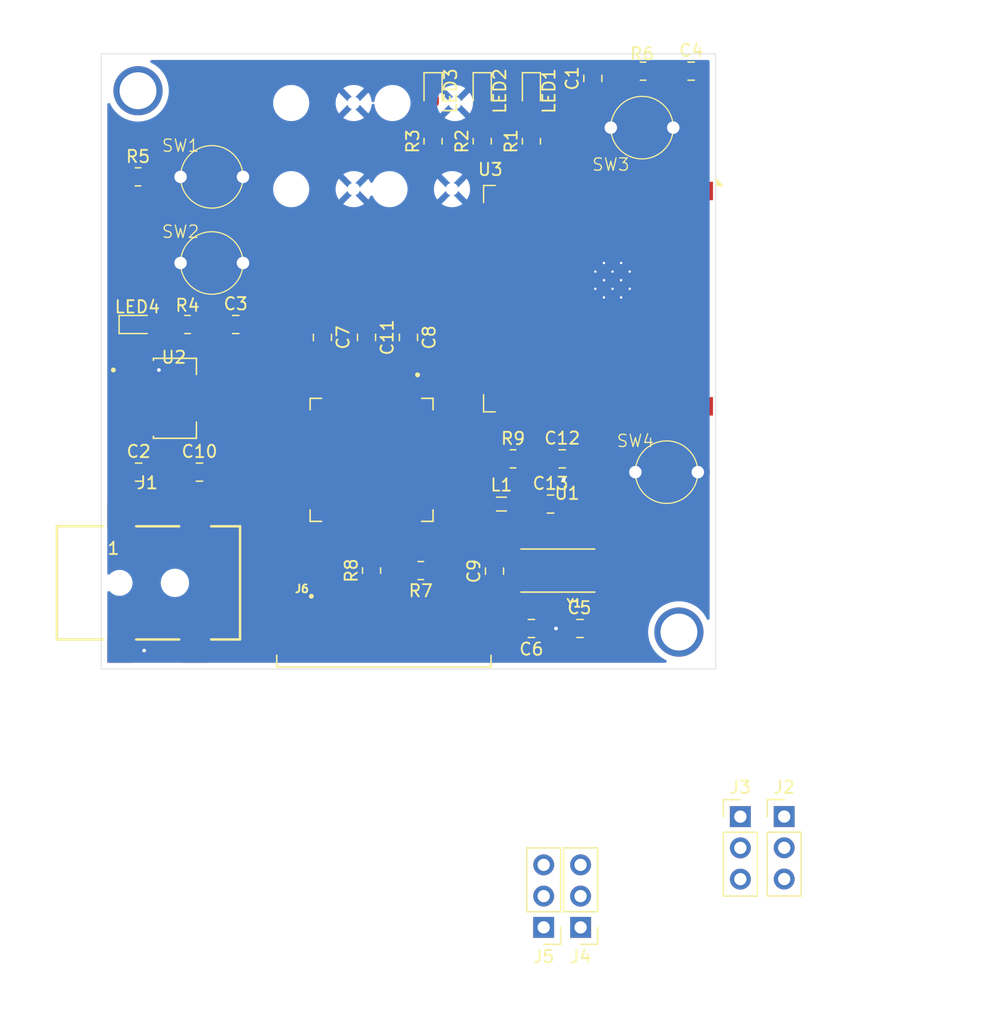
<source format=kicad_pcb>
(kicad_pcb (version 20241229) (generator "pcbnew") (generator_version "9.0")
  (title_block (date "2026-02-16"))
  (layers (0 "F.Cu" signal) (2 "B.Cu" signal) (13 "F.Paste" user) (15 "B.Paste" user) (5 "F.SilkS" user "F.Silkscreen") (7 "B.SilkS" user "B.Silkscreen") (1 "F.Mask" user) (3 "B.Mask" user) (25 "Edge.Cuts" user))
  (net 0 "")
  (net 1 "GND")
  (net 2 "/EN")
  (net 3 "+5V")
  (net 4 "/VDD3V0")
  (net 5 "/XTAL1")
  (net 6 "/XTAL2")
  (net 7 "/VDD1V2")
  (net 8 "Net-(C12-Pad1)")
  (net 9 "Net-(C13-Pad1)")
  (net 11 "/SWDIO")
  (net 12 "/SWDCLK")
  (net 13 "/SWO")
  (net 14 "/NRST")
  (net 15 "/MCU_TX")
  (net 16 "/MCU_RX")
  (net 17 "/DEBUG_TX")
  (net 18 "/DEBUG_RX")
  (net 19 "/VSYNC")
  (net 20 "/D2")
  (net 21 "/SDA")
  (net 22 "/PCLK")
  (net 24 "/D1")
  (net 26 "/D5")
  (net 27 "/CAM_RST")
  (net 28 "/D3")
  (net 30 "/D0")
  (net 32 "/XCLK")
  (net 33 "/D4")
  (net 34 "/HREF")
  (net 36 "/SCL")
  (net 38 "/D6")
  (net 39 "/D7")
  (net 40 "Net-(LED1-A)")
  (net 41 "Net-(LED2-A)")
  (net 42 "Net-(LED3-A)")
  (net 43 "Net-(LED4-A)")
  (net 44 "/IO25")
  (net 45 "/IO26")
  (net 46 "/IO27")
  (net 47 "/PB3")
  (net 48 "/IO0")
  (net 50 "/PB4")
  (net 55 "/PA0")
  (net 56 "/MOSI")
  (net 58 "/MISO")
  (net 61 "/SCK")
  (net 64 "/NPCS0")
  (net 66 "/PA2")
  (net 70 "/PA1")
  (footprint "LED_SMD:LED_0603_1608Metric" (layer "F.Cu") (at 27.946716 74)
    (property "Reference" "LED4" (at 0 -1.43 0) (layer "F.SilkS"))
    (property "Value" "BLUE")
    (pad "1" smd roundrect (at -0.7875 0) (size 0.875 0.95) (layers "F.Cu" "F.Mask" "F.Paste") (net 1 "GND"))
    (pad "2" smd roundrect (at 0.7875 0) (size 0.875 0.95) (layers "F.Cu" "F.Mask" "F.Paste") (net 43 "Net-(LED4-A)"))
  )
  (footprint "Connector_PinHeader_2.54mm:PinHeader_1x03_P2.54mm_Vertical" (layer "F.Cu") (at 80.5645 113.993294)
    (property "Reference" "J2" (at 0 -2.38 0) (layer "F.SilkS"))
    (property "Value" "Conn_01x03")
    (pad "1" thru_hole rect (at 0 0) (size 1.7 1.7) (drill 1) (layers "*.Cu" "*.Mask") (net 12 "/SWDCLK"))
    (pad "2" thru_hole circle (at 0 2.54) (size 1.7 1.7) (drill 1) (layers "*.Cu" "*.Mask") (net 11 "/SWDIO"))
    (pad "3" thru_hole circle (at 0 5.08) (size 1.7 1.7) (drill 1) (layers "*.Cu" "*.Mask") (net 13 "/SWO"))
  )
  (footprint "Capacitor_SMD:C_0805_2012Metric" (layer "F.Cu") (at 61.559274 88.595139)
    (property "Reference" "C13" (at 0 -1.68 0) (layer "F.SilkS"))
    (property "Value" "0.1uF")
    (pad "1" smd roundrect (at -0.95 0) (size 1 1.45) (layers "F.Cu" "F.Mask" "F.Paste") (net 9 "Net-(C13-Pad1)"))
    (pad "2" smd roundrect (at 0.95 0) (size 1 1.45) (layers "F.Cu" "F.Mask" "F.Paste") (net 1 "GND"))
  )
  (footprint "Resistor_SMD:R_0805_2012Metric" (layer "F.Cu") (at 52 59.10625 90)
    (property "Reference" "R3" (at 0 -1.65 90) (layer "F.SilkS"))
    (property "Value" "330R")
    (pad "1" smd roundrect (at -0.9125 0 90) (size 1.025 1.4) (layers "F.Cu" "F.Mask" "F.Paste") (roundrect_rratio 0.243902) (net 46 "/IO27"))
    (pad "2" smd roundrect (at 0.9125 0 90) (size 1.025 1.4) (layers "F.Cu" "F.Mask" "F.Paste") (roundrect_rratio 0.243902) (net 42 "Net-(LED3-A)"))
  )
  (footprint "LED_SMD:LED_0603_1608Metric" (layer "F.Cu") (at 52 55.01875 -90)
    (property "Reference" "LED3" (at 0 -1.43 90) (layer "F.SilkS"))
    (property "Value" "RED")
    (pad "1" smd roundrect (at -0.7875 0 270) (size 0.875 0.95) (layers "F.Cu" "F.Mask" "F.Paste") (net 1 "GND"))
    (pad "2" smd roundrect (at 0.7875 0 270) (size 0.875 0.95) (layers "F.Cu" "F.Mask" "F.Paste") (net 42 "Net-(LED3-A)"))
  )
  (footprint "RF_Module:ESP32-WROOM-32E" (layer "F.Cu") (at 69.06 71.9 -90)
    (property "Reference" "U3" (at -10.5 13.5 0) (layer "F.SilkS") (effects (justify left)))
    (property "Value" "ESP32-WROOM-32")
    (pad "1" smd rect (at -8.75 -5.26 270) (size 1.5 0.9) (layers "F.Cu" "F.Mask" "F.Paste") (net 1 "GND"))
    (pad "2" smd rect (at -8.75 -3.99 270) (size 1.5 0.9) (layers "F.Cu" "F.Mask" "F.Paste") (net 4 "/VDD3V0"))
    (pad "3" smd rect (at -8.75 -2.72 270) (size 1.5 0.9) (layers "F.Cu" "F.Mask" "F.Paste") (net 2 "/EN"))
    (pad "4" smd rect (at -8.75 -1.45 270) (size 1.5 0.9) (layers "F.Cu" "F.Mask" "F.Paste"))
    (pad "5" smd rect (at -8.75 -0.18 270) (size 1.5 0.9) (layers "F.Cu" "F.Mask" "F.Paste"))
    (pad "6" smd rect (at -8.75 1.09 270) (size 1.5 0.9) (layers "F.Cu" "F.Mask" "F.Paste"))
    (pad "7" smd rect (at -8.75 2.36 270) (size 1.5 0.9) (layers "F.Cu" "F.Mask" "F.Paste"))
    (pad "8" smd rect (at -8.75 3.63 270) (size 1.5 0.9) (layers "F.Cu" "F.Mask" "F.Paste") (net 50 "/PB4"))
    (pad "9" smd rect (at -8.75 4.9 270) (size 1.5 0.9) (layers "F.Cu" "F.Mask" "F.Paste"))
    (pad "10" smd rect (at -8.75 6.17 270) (size 1.5 0.9) (layers "F.Cu" "F.Mask" "F.Paste") (net 44 "/IO25"))
    (pad "11" smd rect (at -8.75 7.44 270) (size 1.5 0.9) (layers "F.Cu" "F.Mask" "F.Paste") (net 45 "/IO26"))
    (pad "12" smd rect (at -8.75 8.71 270) (size 1.5 0.9) (layers "F.Cu" "F.Mask" "F.Paste") (net 46 "/IO27"))
    (pad "13" smd rect (at -8.75 9.98 270) (size 1.5 0.9) (layers "F.Cu" "F.Mask" "F.Paste"))
    (pad "14" smd rect (at -8.75 11.25 270) (size 1.5 0.9) (layers "F.Cu" "F.Mask" "F.Paste"))
    (pad "15" smd rect (at -5.715 12.5) (size 1.5 0.9) (layers "F.Cu" "F.Mask" "F.Paste") (net 1 "GND"))
    (pad "16" smd rect (at -4.445 12.5) (size 1.5 0.9) (layers "F.Cu" "F.Mask" "F.Paste"))
    (pad "17" smd rect (at -3.175 12.5) (size 1.5 0.9) (layers "F.Cu" "F.Mask" "F.Paste"))
    (pad "18" smd rect (at -1.905 12.5) (size 1.5 0.9) (layers "F.Cu" "F.Mask" "F.Paste"))
    (pad "19" smd rect (at -0.635 12.5) (size 1.5 0.9) (layers "F.Cu" "F.Mask" "F.Paste"))
    (pad "20" smd rect (at 0.635 12.5) (size 1.5 0.9) (layers "F.Cu" "F.Mask" "F.Paste"))
    (pad "21" smd rect (at 1.905 12.5) (size 1.5 0.9) (layers "F.Cu" "F.Mask" "F.Paste"))
    (pad "22" smd rect (at 3.175 12.5) (size 1.5 0.9) (layers "F.Cu" "F.Mask" "F.Paste"))
    (pad "23" smd rect (at 4.445 12.5) (size 1.5 0.9) (layers "F.Cu" "F.Mask" "F.Paste"))
    (pad "24" smd rect (at 5.715 12.5) (size 1.5 0.9) (layers "F.Cu" "F.Mask" "F.Paste"))
    (pad "25" smd rect (at 8.75 11.25 270) (size 1.5 0.9) (layers "F.Cu" "F.Mask" "F.Paste") (net 48 "/IO0"))
    (pad "26" smd rect (at 8.75 9.98 270) (size 1.5 0.9) (layers "F.Cu" "F.Mask" "F.Paste"))
    (pad "27" smd rect (at 8.75 8.71 270) (size 1.5 0.9) (layers "F.Cu" "F.Mask" "F.Paste") (net 64 "/NPCS0"))
    (pad "28" smd rect (at 8.75 7.44 270) (size 1.5 0.9) (layers "F.Cu" "F.Mask" "F.Paste") (net 58 "/MISO"))
    (pad "29" smd rect (at 8.75 6.17 270) (size 1.5 0.9) (layers "F.Cu" "F.Mask" "F.Paste"))
    (pad "30" smd rect (at 8.75 4.9 270) (size 1.5 0.9) (layers "F.Cu" "F.Mask" "F.Paste") (net 56 "/MOSI"))
    (pad "31" smd rect (at 8.75 3.63 270) (size 1.5 0.9) (layers "F.Cu" "F.Mask" "F.Paste") (net 61 "/SCK"))
    (pad "32" smd rect (at 8.75 2.36 270) (size 1.5 0.9) (layers "F.Cu" "F.Mask" "F.Paste"))
    (pad "33" smd rect (at 8.75 1.09 270) (size 1.5 0.9) (layers "F.Cu" "F.Mask" "F.Paste") (net 55 "/PA0"))
    (pad "34" smd rect (at 8.75 -0.18 270) (size 1.5 0.9) (layers "F.Cu" "F.Mask" "F.Paste") (net 18 "/DEBUG_RX"))
    (pad "35" smd rect (at 8.75 -1.45 270) (size 1.5 0.9) (layers "F.Cu" "F.Mask" "F.Paste") (net 17 "/DEBUG_TX"))
    (pad "36" smd rect (at 8.75 -2.72 270) (size 1.5 0.9) (layers "F.Cu" "F.Mask" "F.Paste") (net 70 "/PA1"))
    (pad "37" smd rect (at 8.75 -3.99 270) (size 1.5 0.9) (layers "F.Cu" "F.Mask" "F.Paste") (net 66 "/PA2"))
    (pad "38" smd rect (at 8.75 -5.26 270) (size 1.5 0.9) (layers "F.Cu" "F.Mask" "F.Paste") (net 1 "GND"))
    (pad "39" smd rect (at -2.9 1.06 270) (size 0.9 0.9) (property pad_prop_heatsink) (layers "F.Cu" "F.Mask" "F.Paste") (net 1 "GND"))
    (pad "39" thru_hole circle (at -2.9 1.76 270) (size 0.6 0.6) (drill 0.2) (property pad_prop_heatsink) (layers "*.Cu" "*.Mask") (net 1 "GND"))
    (pad "39" smd rect (at -2.9 2.46 270) (size 0.9 0.9) (property pad_prop_heatsink) (layers "F.Cu" "F.Mask" "F.Paste") (net 1 "GND"))
    (pad "39" thru_hole circle (at -2.9 3.16 270) (size 0.6 0.6) (drill 0.2) (property pad_prop_heatsink) (layers "*.Cu" "*.Mask") (net 1 "GND"))
    (pad "39" smd rect (at -2.9 3.86 270) (size 0.9 0.9) (property pad_prop_heatsink) (layers "F.Cu" "F.Mask" "F.Paste") (net 1 "GND"))
    (pad "39" thru_hole circle (at -2.2 1.06 270) (size 0.6 0.6) (drill 0.2) (property pad_prop_heatsink) (layers "*.Cu" "*.Mask") (net 1 "GND"))
    (pad "39" thru_hole circle (at -2.2 2.46 270) (size 0.6 0.6) (drill 0.2) (property pad_prop_heatsink) (layers "*.Cu" "*.Mask") (net 1 "GND"))
    (pad "39" thru_hole circle (at -2.2 3.86 270) (size 0.6 0.6) (drill 0.2) (property pad_prop_heatsink) (layers "*.Cu" "*.Mask") (net 1 "GND"))
    (pad "39" smd rect (at -1.5 1.06 270) (size 0.9 0.9) (property pad_prop_heatsink) (layers "F.Cu" "F.Mask" "F.Paste") (net 1 "GND"))
    (pad "39" thru_hole circle (at -1.5 1.76 270) (size 0.6 0.6) (drill 0.2) (property pad_prop_heatsink) (layers "*.Cu" "*.Mask") (net 1 "GND"))
    (pad "39" smd rect (at -1.5 2.46 270) (size 0.9 0.9) (property pad_prop_heatsink) (layers "F.Cu" "F.Mask" "F.Paste") (net 1 "GND"))
    (pad "39" thru_hole circle (at -1.5 3.16 270) (size 0.6 0.6) (drill 0.2) (property pad_prop_heatsink) (layers "*.Cu" "*.Mask") (net 1 "GND"))
    (pad "39" smd rect (at -1.5 3.86 270) (size 0.9 0.9) (property pad_prop_heatsink) (layers "F.Cu" "F.Mask" "F.Paste") (net 1 "GND"))
    (pad "39" thru_hole circle (at -0.8 1.06 270) (size 0.6 0.6) (drill 0.2) (property pad_prop_heatsink) (layers "*.Cu" "*.Mask") (net 1 "GND"))
    (pad "39" thru_hole circle (at -0.8 2.46 270) (size 0.6 0.6) (drill 0.2) (property pad_prop_heatsink) (layers "*.Cu" "*.Mask") (net 1 "GND"))
    (pad "39" thru_hole circle (at -0.8 3.86 270) (size 0.6 0.6) (drill 0.2) (property pad_prop_heatsink) (layers "*.Cu" "*.Mask") (net 1 "GND"))
    (pad "39" smd rect (at -0.1 1.06 270) (size 0.9 0.9) (property pad_prop_heatsink) (layers "F.Cu" "F.Mask" "F.Paste") (net 1 "GND"))
    (pad "39" thru_hole circle (at -0.1 1.76 270) (size 0.6 0.6) (drill 0.2) (property pad_prop_heatsink) (layers "*.Cu" "*.Mask") (net 1 "GND"))
    (pad "39" smd rect (at -0.1 2.46 270) (size 0.9 0.9) (property pad_prop_heatsink) (layers "F.Cu" "F.Mask" "F.Paste") (net 1 "GND"))
    (pad "39" thru_hole circle (at -0.1 3.16 270) (size 0.6 0.6) (drill 0.2) (property pad_prop_heatsink) (layers "*.Cu" "*.Mask") (net 1 "GND"))
    (pad "39" smd rect (at -0.1 3.86 270) (size 0.9 0.9) (property pad_prop_heatsink) (layers "F.Cu" "F.Mask" "F.Paste") (net 1 "GND"))
    (zone (net 0) (net_name "") (layers "F.Cu" "B.Cu") (connect_pads (clearance 0)) (min_thickness 0.25)
      (keepout (tracks not_allowed) (vias not_allowed) (pads not_allowed) (copperpour not_allowed) (footprints not_allowed))
      (fill (thermal_gap 0.5) (thermal_bridge_width 0.5))
      (polygon (pts (xy 96.81 47.9) (xy 96.81 95.9) (xy 75.62 95.9) (xy 75.62 47.9)))
    )
  )
  (footprint "Capacitor_SMD:C_0805_2012Metric" (layer "F.Cu") (at 33 86)
    (property "Reference" "C10" (at 0 -1.68 0) (layer "F.SilkS"))
    (property "Value" "0.1uF")
    (pad "1" smd roundrect (at -0.95 0) (size 1 1.45) (layers "F.Cu" "F.Mask" "F.Paste") (net 1 "GND"))
    (pad "2" smd roundrect (at 0.95 0) (size 1 1.45) (layers "F.Cu" "F.Mask" "F.Paste") (net 7 "/VDD1V2"))
  )
  (footprint "EE326_PUSH_BTN:pushbutton" (layer "F.Cu") (at 69 58)
    (property "Reference" "SW3" (at -2.54 3 0) (layer "F.SilkS") (effects (font (thickness 0.1))))
    (property "Value" "WIFI_RESET")
    (pad "1" thru_hole circle (at -2.54 0) (size 1.9304 1.9304) (drill 1.016) (layers "*.Cu" "*.Mask") (net 2 "/EN"))
    (pad "2" thru_hole circle (at 2.54 0) (size 1.9304 1.9304) (drill 1.016) (layers "*.Cu" "*.Mask") (net 1 "GND"))
  )
  (footprint "Capacitor_SMD:C_0805_2012Metric" (layer "F.Cu") (at 35.946716 74)
    (property "Reference" "C3" (at 0 -1.68 0) (layer "F.SilkS"))
    (property "Value" "1uF")
    (pad "1" smd roundrect (at -0.95 0) (size 1 1.45) (layers "F.Cu" "F.Mask" "F.Paste") (net 4 "/VDD3V0"))
    (pad "2" smd roundrect (at 0.95 0) (size 1 1.45) (layers "F.Cu" "F.Mask" "F.Paste") (net 1 "GND"))
  )
  (footprint "Capacitor_SMD:C_0805_2012Metric" (layer "F.Cu") (at 43 75.05 -90)
    (property "Reference" "C7" (at 0 -1.68 90) (layer "F.SilkS"))
    (property "Value" "0.1uF")
    (pad "1" smd roundrect (at -0.95 0 270) (size 1 1.45) (layers "F.Cu" "F.Mask" "F.Paste") (net 1 "GND"))
    (pad "2" smd roundrect (at 0.95 0 270) (size 1 1.45) (layers "F.Cu" "F.Mask" "F.Paste") (net 7 "/VDD1V2"))
  )
  (footprint "Resistor_SMD:R_0805_2012Metric" (layer "F.Cu") (at 56 59.10625 90)
    (property "Reference" "R2" (at 0 -1.65 90) (layer "F.SilkS"))
    (property "Value" "330R")
    (pad "1" smd roundrect (at -0.9125 0 90) (size 1.025 1.4) (layers "F.Cu" "F.Mask" "F.Paste") (roundrect_rratio 0.243902) (net 45 "/IO26"))
    (pad "2" smd roundrect (at 0.9125 0 90) (size 1.025 1.4) (layers "F.Cu" "F.Mask" "F.Paste") (roundrect_rratio 0.243902) (net 41 "Net-(LED2-A)"))
  )
  (footprint "Capacitor_SMD:C_0805_2012Metric" (layer "F.Cu") (at 73 53.408825)
    (property "Reference" "C4" (at 0 -1.68 0) (layer "F.SilkS"))
    (property "Value" "0.1uF")
    (pad "1" smd roundrect (at -0.95 0) (size 1 1.45) (layers "F.Cu" "F.Mask" "F.Paste") (net 4 "/VDD3V0"))
    (pad "2" smd roundrect (at 0.95 0) (size 1 1.45) (layers "F.Cu" "F.Mask" "F.Paste") (net 1 "GND"))
  )
  (footprint "Capacitor_SMD:C_0805_2012Metric" (layer "F.Cu") (at 62.509274 84.919165)
    (property "Reference" "C12" (at 0 -1.68 0) (layer "F.SilkS"))
    (property "Value" "4.7uF")
    (pad "1" smd roundrect (at -0.95 0) (size 1 1.45) (layers "F.Cu" "F.Mask" "F.Paste") (net 8 "Net-(C12-Pad1)"))
    (pad "2" smd roundrect (at 0.95 0) (size 1 1.45) (layers "F.Cu" "F.Mask" "F.Paste") (net 1 "GND"))
  )
  (footprint "Capacitor_SMD:C_0805_2012Metric" (layer "F.Cu") (at 28.05 86)
    (property "Reference" "C2" (at 0 -1.68 0) (layer "F.SilkS"))
    (property "Value" "1uF")
    (pad "1" smd roundrect (at -0.95 0) (size 1 1.45) (layers "F.Cu" "F.Mask" "F.Paste") (net 3 "+5V"))
    (pad "2" smd roundrect (at 0.95 0) (size 1 1.45) (layers "F.Cu" "F.Mask" "F.Paste") (net 1 "GND"))
  )
  (footprint "LDL1117S30R:SOT230P700X180-4N" (layer "F.Cu") (at 31 80)
    (property "Reference" "U2" (at -0.08 -3.335 0) (layer "F.SilkS"))
    (property "Value" "LDL1117S30R")
    (pad "1" smd roundrect (at -3.015 -2.3) (size 1.98 0.93) (layers "F.Cu" "F.Mask" "F.Paste") (roundrect_rratio 0.125) (net 1 "GND"))
    (pad "2" smd roundrect (at -3.015 0) (size 1.98 0.93) (layers "F.Cu" "F.Mask" "F.Paste") (roundrect_rratio 0.125) (net 4 "/VDD3V0"))
    (pad "3" smd roundrect (at -3.015 2.3) (size 1.98 0.93) (layers "F.Cu" "F.Mask" "F.Paste") (roundrect_rratio 0.125) (net 3 "+5V"))
    (pad "4" smd roundrect (at 3.015 0) (size 1.98 3.23) (layers "F.Cu" "F.Mask" "F.Paste") (roundrect_rratio 0.125) (net 4 "/VDD3V0"))
  )
  (footprint "694106106102:694106106102" (layer "F.Cu") (at 28.75 95)
    (property "Reference" "J1" (at 0 -8.135 0) (layer "F.SilkS"))
    (property "Value" "694106106102")
    (fp_text user "1" (at -2.75 -2.8 0) (layer "F.SilkS"))
    (pad "" np_thru_hole circle (at -2.25 0) (size 1.6 1.6) (drill 1.6) (layers "*.Cu" "*.Mask"))
    (pad "" np_thru_hole circle (at 2.25 0) (size 1.8 1.8) (drill 1.8) (layers "*.Cu" "*.Mask"))
    (pad "1" smd rect (at -2.25 -5.5) (size 2 2) (layers "F.Cu" "F.Mask" "F.Paste") (net 3 "+5V"))
    (pad "2" smd rect (at -2.25 5.5) (size 2 2) (layers "F.Cu" "F.Mask" "F.Paste") (net 1 "GND"))
    (pad "3" smd rect (at 3.9 5.5) (size 2 2) (layers "F.Cu" "F.Mask" "F.Paste"))
    (pad "A1" smd rect (at 3.9 -5.5) (size 2 2) (layers "F.Cu" "F.Mask" "F.Paste") (net 3 "+5V"))
  )
  (footprint "2_1734592_4:TE_2-1734592-4" (layer "F.Cu") (at 48 97.2875)
    (property "Reference" "J6" (at -6.668 -1.8064 0) (layer "F.SilkS") (effects (font (size 0.64 0.64))))
    (property "Value" "2-1734592-4")
    (pad "1" smd rect (at -5.75 0) (size 0.3 1.1) (layers "F.Cu" "F.Mask" "F.Paste"))
    (pad "2" smd rect (at -5.25 0) (size 0.3 1.1) (layers "F.Cu" "F.Mask" "F.Paste"))
    (pad "3" smd rect (at -4.75 0) (size 0.3 1.1) (layers "F.Cu" "F.Mask" "F.Paste") (net 20 "/D2"))
    (pad "4" smd rect (at -4.25 0) (size 0.3 1.1) (layers "F.Cu" "F.Mask" "F.Paste") (net 24 "/D1"))
    (pad "5" smd rect (at -3.75 0) (size 0.3 1.1) (layers "F.Cu" "F.Mask" "F.Paste") (net 28 "/D3"))
    (pad "6" smd rect (at -3.25 0) (size 0.3 1.1) (layers "F.Cu" "F.Mask" "F.Paste") (net 30 "/D0"))
    (pad "7" smd rect (at -2.75 0) (size 0.3 1.1) (layers "F.Cu" "F.Mask" "F.Paste") (net 33 "/D4"))
    (pad "8" smd rect (at -2.25 0) (size 0.3 1.1) (layers "F.Cu" "F.Mask" "F.Paste") (net 22 "/PCLK"))
    (pad "9" smd rect (at -1.75 0) (size 0.3 1.1) (layers "F.Cu" "F.Mask" "F.Paste") (net 26 "/D5"))
    (pad "10" smd rect (at -1.25 0) (size 0.3 1.1) (layers "F.Cu" "F.Mask" "F.Paste") (net 1 "GND"))
    (pad "11" smd rect (at -0.75 0) (size 0.3 1.1) (layers "F.Cu" "F.Mask" "F.Paste") (net 38 "/D6"))
    (pad "12" smd rect (at -0.25 0) (size 0.3 1.1) (layers "F.Cu" "F.Mask" "F.Paste") (net 32 "/XCLK"))
    (pad "13" smd rect (at 0.25 0) (size 0.3 1.1) (layers "F.Cu" "F.Mask" "F.Paste") (net 39 "/D7"))
    (pad "14" smd rect (at 0.75 0) (size 0.3 1.1) (layers "F.Cu" "F.Mask" "F.Paste") (net 4 "/VDD3V0"))
    (pad "15" smd rect (at 1.25 0) (size 0.3 1.1) (layers "F.Cu" "F.Mask" "F.Paste") (net 7 "/VDD1V2"))
    (pad "16" smd rect (at 1.75 0) (size 0.3 1.1) (layers "F.Cu" "F.Mask" "F.Paste") (net 34 "/HREF"))
    (pad "17" smd rect (at 2.25 0) (size 0.3 1.1) (layers "F.Cu" "F.Mask" "F.Paste"))
    (pad "18" smd rect (at 2.75 0) (size 0.3 1.1) (layers "F.Cu" "F.Mask" "F.Paste") (net 19 "/VSYNC"))
    (pad "19" smd rect (at 3.25 0) (size 0.3 1.1) (layers "F.Cu" "F.Mask" "F.Paste") (net 27 "/CAM_RST"))
    (pad "20" smd rect (at 3.75 0) (size 0.3 1.1) (layers "F.Cu" "F.Mask" "F.Paste") (net 36 "/SCL"))
    (pad "21" smd rect (at 4.25 0) (size 0.3 1.1) (layers "F.Cu" "F.Mask" "F.Paste") (net 4 "/VDD3V0"))
    (pad "22" smd rect (at 4.75 0) (size 0.3 1.1) (layers "F.Cu" "F.Mask" "F.Paste") (net 21 "/SDA"))
    (pad "23" smd rect (at 5.25 0) (size 0.3 1.1) (layers "F.Cu" "F.Mask" "F.Paste") (net 1 "GND"))
    (pad "24" smd rect (at 5.75 0) (size 0.3 1.1) (layers "F.Cu" "F.Mask" "F.Paste"))
    (pad "S1" smd rect (at -7.42 1.7) (size 2.3 3.1) (layers "F.Cu" "F.Mask" "F.Paste"))
    (pad "S2" smd rect (at 7.42 1.7) (size 2.3 3.1) (layers "F.Cu" "F.Mask" "F.Paste"))
  )
  (footprint "ABM7_12_000MHZ_D2Y_T:XTAL_ABM7-12.000MHZ-D2Y-T" (layer "F.Cu") (at 62.15 94 180)
    (property "Reference" "Y1" (at -1.318 -2.6564 0) (layer "F.SilkS") (effects (font (size 0.64 0.64))))
    (property "Value" "ABM7-12.000MHZ-D2Y-T")
    (pad "1" smd rect (at -2.15 0 180) (size 1.9 2.6) (layers "F.Cu" "F.Mask" "F.Paste") (net 5 "/XTAL1"))
    (pad "2" smd rect (at 2.15 0 180) (size 1.9 2.6) (layers "F.Cu" "F.Mask" "F.Paste") (net 6 "/XTAL2"))
  )
  (footprint "Resistor_SMD:R_0805_2012Metric" (layer "F.Cu") (at 58.509274 84.919165)
    (property "Reference" "R9" (at 0 -1.65 0) (layer "F.SilkS"))
    (property "Value" "1R0")
    (pad "1" smd roundrect (at -0.9125 0) (size 1.025 1.4) (layers "F.Cu" "F.Mask" "F.Paste") (roundrect_rratio 0.243902) (net 9 "Net-(C13-Pad1)"))
    (pad "2" smd roundrect (at 0.9125 0) (size 1.025 1.4) (layers "F.Cu" "F.Mask" "F.Paste") (roundrect_rratio 0.243902) (net 8 "Net-(C12-Pad1)"))
  )
  (footprint "EE326_PUSH_BTN:pushbutton" (layer "F.Cu") (at 71 86)
    (property "Reference" "SW4" (at -2.54 -2.54 0) (layer "F.SilkS") (effects (font (thickness 0.1))))
    (property "Value" "IO0")
    (pad "1" thru_hole circle (at -2.54 0) (size 1.9304 1.9304) (drill 1.016) (layers "*.Cu" "*.Mask") (net 48 "/IO0"))
    (pad "2" thru_hole circle (at 2.54 0) (size 1.9304 1.9304) (drill 1.016) (layers "*.Cu" "*.Mask") (net 1 "GND"))
  )
  (footprint "Inductor_SMD:L_0805_2012Metric" (layer "F.Cu") (at 57.559274 88.595139)
    (property "Reference" "L1" (at 0 -1.55 0) (layer "F.SilkS"))
    (property "Value" "10uH")
    (pad "1" smd roundrect (at -1.0625 0) (size 0.875 1.2) (layers "F.Cu" "F.Mask" "F.Paste") (net 7 "/VDD1V2"))
    (pad "2" smd roundrect (at 1.0625 0) (size 0.875 1.2) (layers "F.Cu" "F.Mask" "F.Paste") (net 9 "Net-(C13-Pad1)"))
  )
  (footprint "Resistor_SMD:R_0805_2012Metric" (layer "F.Cu") (at 47 94 90)
    (property "Reference" "R8" (at 0 -1.65 90) (layer "F.SilkS"))
    (property "Value" "1k")
    (pad "1" smd roundrect (at -0.9125 0 90) (size 1.025 1.4) (layers "F.Cu" "F.Mask" "F.Paste") (roundrect_rratio 0.243902) (net 36 "/SCL"))
    (pad "2" smd roundrect (at 0.9125 0 90) (size 1.025 1.4) (layers "F.Cu" "F.Mask" "F.Paste") (roundrect_rratio 0.243902) (net 4 "/VDD3V0"))
  )
  (footprint "Resistor_SMD:R_0805_2012Metric" (layer "F.Cu") (at 60 59.10625 90)
    (property "Reference" "R1" (at 0 -1.65 90) (layer "F.SilkS"))
    (property "Value" "330R")
    (pad "1" smd roundrect (at -0.9125 0 90) (size 1.025 1.4) (layers "F.Cu" "F.Mask" "F.Paste") (roundrect_rratio 0.243902) (net 44 "/IO25"))
    (pad "2" smd roundrect (at 0.9125 0 90) (size 1.025 1.4) (layers "F.Cu" "F.Mask" "F.Paste") (roundrect_rratio 0.243902) (net 40 "Net-(LED1-A)"))
  )
  (footprint "Resistor_SMD:R_0805_2012Metric" (layer "F.Cu") (at 51 94 180)
    (property "Reference" "R7" (at 0 -1.65 0) (layer "F.SilkS"))
    (property "Value" "1k")
    (pad "1" smd roundrect (at -0.9125 0 180) (size 1.025 1.4) (layers "F.Cu" "F.Mask" "F.Paste") (roundrect_rratio 0.243902) (net 21 "/SDA"))
    (pad "2" smd roundrect (at 0.9125 0 180) (size 1.025 1.4) (layers "F.Cu" "F.Mask" "F.Paste") (roundrect_rratio 0.243902) (net 4 "/VDD3V0"))
  )
  (footprint "Capacitor_SMD:C_0805_2012Metric" (layer "F.Cu") (at 60 98.707515 180)
    (property "Reference" "C6" (at 0 -1.68 0) (layer "F.SilkS"))
    (property "Value" "18pF")
    (pad "1" smd roundrect (at -0.95 0 180) (size 1 1.45) (layers "F.Cu" "F.Mask" "F.Paste") (net 1 "GND"))
    (pad "2" smd roundrect (at 0.95 0 180) (size 1 1.45) (layers "F.Cu" "F.Mask" "F.Paste") (net 6 "/XTAL2"))
  )
  (footprint "Capacitor_SMD:C_0805_2012Metric" (layer "F.Cu") (at 63.95 98.707515)
    (property "Reference" "C5" (at -0.05 -1.68 0) (layer "F.SilkS"))
    (property "Value" "18pF")
    (pad "1" smd roundrect (at -0.95 0) (size 1 1.45) (layers "F.Cu" "F.Mask" "F.Paste") (net 1 "GND"))
    (pad "2" smd roundrect (at 0.95 0) (size 1 1.45) (layers "F.Cu" "F.Mask" "F.Paste") (net 5 "/XTAL1"))
  )
  (footprint "ATSAM4S8BA_AU:QFP50P1200X1200X160-64N" (layer "F.Cu") (at 47 85 -90)
    (property "Reference" "U1" (at 2.717785 -15.902025 0) (layer "F.SilkS") (effects (font (size 1.014827 1.014827))))
    (property "Value" "ATSAM4S8BA-AU")
    (pad "1" smd roundrect (at -5.67 -3.75 270) (size 1.47 0.27) (layers "F.Cu" "F.Mask" "F.Paste") (roundrect_rratio 0.125))
    (pad "2" smd roundrect (at -5.67 -3.25 270) (size 1.47 0.27) (layers "F.Cu" "F.Mask" "F.Paste") (roundrect_rratio 0.125) (net 1 "GND"))
    (pad "3" smd roundrect (at -5.67 -2.75 270) (size 1.47 0.27) (layers "F.Cu" "F.Mask" "F.Paste") (roundrect_rratio 0.125) (net 2 "/EN"))
    (pad "4" smd roundrect (at -5.67 -2.25 270) (size 1.47 0.27) (layers "F.Cu" "F.Mask" "F.Paste") (roundrect_rratio 0.125))
    (pad "5" smd roundrect (at -5.67 -1.75 270) (size 1.47 0.27) (layers "F.Cu" "F.Mask" "F.Paste") (roundrect_rratio 0.125))
    (pad "6" smd roundrect (at -5.67 -1.25 270) (size 1.47 0.27) (layers "F.Cu" "F.Mask" "F.Paste") (roundrect_rratio 0.125) (net 47 "/PB3"))
    (pad "7" smd roundrect (at -5.67 -0.75 270) (size 1.47 0.27) (layers "F.Cu" "F.Mask" "F.Paste") (roundrect_rratio 0.125) (net 4 "/VDD3V0"))
    (pad "8" smd roundrect (at -5.67 -0.25 270) (size 1.47 0.27) (layers "F.Cu" "F.Mask" "F.Paste") (roundrect_rratio 0.125) (net 7 "/VDD1V2"))
    (pad "9" smd roundrect (at -5.67 0.25 270) (size 1.47 0.27) (layers "F.Cu" "F.Mask" "F.Paste") (roundrect_rratio 0.125) (net 32 "/XCLK"))
    (pad "10" smd roundrect (at -5.67 0.75 270) (size 1.47 0.27) (layers "F.Cu" "F.Mask" "F.Paste") (roundrect_rratio 0.125))
    (pad "11" smd roundrect (at -5.67 1.25 270) (size 1.47 0.27) (layers "F.Cu" "F.Mask" "F.Paste") (roundrect_rratio 0.125))
    (pad "12" smd roundrect (at -5.67 1.75 270) (size 1.47 0.27) (layers "F.Cu" "F.Mask" "F.Paste") (roundrect_rratio 0.125) (net 7 "/VDD1V2"))
    (pad "13" smd roundrect (at -5.67 2.25 270) (size 1.47 0.27) (layers "F.Cu" "F.Mask" "F.Paste") (roundrect_rratio 0.125))
    (pad "14" smd roundrect (at -5.67 2.75 270) (size 1.47 0.27) (layers "F.Cu" "F.Mask" "F.Paste") (roundrect_rratio 0.125))
    (pad "15" smd roundrect (at -5.67 3.25 270) (size 1.47 0.27) (layers "F.Cu" "F.Mask" "F.Paste") (roundrect_rratio 0.125) (net 22 "/PCLK"))
    (pad "16" smd roundrect (at -5.67 3.75 270) (size 1.47 0.27) (layers "F.Cu" "F.Mask" "F.Paste") (roundrect_rratio 0.125) (net 27 "/CAM_RST"))
    (pad "17" smd roundrect (at -3.75 5.67 270) (size 0.27 1.47) (layers "F.Cu" "F.Mask" "F.Paste") (roundrect_rratio 0.125) (net 1 "GND"))
    (pad "18" smd roundrect (at -3.25 5.67 270) (size 0.27 1.47) (layers "F.Cu" "F.Mask" "F.Paste") (roundrect_rratio 0.125) (net 4 "/VDD3V0"))
    (pad "19" smd roundrect (at -2.75 5.67 270) (size 0.27 1.47) (layers "F.Cu" "F.Mask" "F.Paste") (roundrect_rratio 0.125) (net 34 "/HREF"))
    (pad "20" smd roundrect (at -2.25 5.67 270) (size 0.27 1.47) (layers "F.Cu" "F.Mask" "F.Paste") (roundrect_rratio 0.125) (net 19 "/VSYNC"))
    (pad "21" smd roundrect (at -1.75 5.67 270) (size 0.27 1.47) (layers "F.Cu" "F.Mask" "F.Paste") (roundrect_rratio 0.125) (net 61 "/SCK"))
    (pad "22" smd roundrect (at -1.25 5.67 270) (size 0.27 1.47) (layers "F.Cu" "F.Mask" "F.Paste") (roundrect_rratio 0.125) (net 56 "/MOSI"))
    (pad "23" smd roundrect (at -0.75 5.67 270) (size 0.27 1.47) (layers "F.Cu" "F.Mask" "F.Paste") (roundrect_rratio 0.125) (net 30 "/D0"))
    (pad "24" smd roundrect (at -0.25 5.67 270) (size 0.27 1.47) (layers "F.Cu" "F.Mask" "F.Paste") (roundrect_rratio 0.125) (net 7 "/VDD1V2"))
    (pad "25" smd roundrect (at 0.25 5.67 270) (size 0.27 1.47) (layers "F.Cu" "F.Mask" "F.Paste") (roundrect_rratio 0.125) (net 24 "/D1"))
    (pad "26" smd roundrect (at 0.75 5.67 270) (size 0.27 1.47) (layers "F.Cu" "F.Mask" "F.Paste") (roundrect_rratio 0.125) (net 20 "/D2"))
    (pad "27" smd roundrect (at 1.25 5.67 270) (size 0.27 1.47) (layers "F.Cu" "F.Mask" "F.Paste") (roundrect_rratio 0.125) (net 58 "/MISO"))
    (pad "28" smd roundrect (at 1.75 5.67 270) (size 0.27 1.47) (layers "F.Cu" "F.Mask" "F.Paste") (roundrect_rratio 0.125) (net 64 "/NPCS0"))
    (pad "29" smd roundrect (at 2.25 5.67 270) (size 0.27 1.47) (layers "F.Cu" "F.Mask" "F.Paste") (roundrect_rratio 0.125))
    (pad "30" smd roundrect (at 2.75 5.67 270) (size 0.27 1.47) (layers "F.Cu" "F.Mask" "F.Paste") (roundrect_rratio 0.125))
    (pad "31" smd roundrect (at 3.25 5.67 270) (size 0.27 1.47) (layers "F.Cu" "F.Mask" "F.Paste") (roundrect_rratio 0.125))
    (pad "32" smd roundrect (at 3.75 5.67 270) (size 0.27 1.47) (layers "F.Cu" "F.Mask" "F.Paste") (roundrect_rratio 0.125))
    (pad "33" smd roundrect (at 5.67 3.75 270) (size 1.47 0.27) (layers "F.Cu" "F.Mask" "F.Paste") (roundrect_rratio 0.125) (net 50 "/PB4"))
    (pad "34" smd roundrect (at 5.67 3.25 270) (size 1.47 0.27) (layers "F.Cu" "F.Mask" "F.Paste") (roundrect_rratio 0.125) (net 15 "/MCU_TX"))
    (pad "35" smd roundrect (at 5.67 2.75 270) (size 1.47 0.27) (layers "F.Cu" "F.Mask" "F.Paste") (roundrect_rratio 0.125) (net 16 "/MCU_RX"))
    (pad "36" smd roundrect (at 5.67 2.25 270) (size 1.47 0.27) (layers "F.Cu" "F.Mask" "F.Paste") (roundrect_rratio 0.125) (net 36 "/SCL"))
    (pad "37" smd roundrect (at 5.67 1.75 270) (size 1.47 0.27) (layers "F.Cu" "F.Mask" "F.Paste") (roundrect_rratio 0.125) (net 28 "/D3"))
    (pad "38" smd roundrect (at 5.67 1.25 270) (size 1.47 0.27) (layers "F.Cu" "F.Mask" "F.Paste") (roundrect_rratio 0.125) (net 33 "/D4"))
    (pad "39" smd roundrect (at 5.67 0.75 270) (size 1.47 0.27) (layers "F.Cu" "F.Mask" "F.Paste") (roundrect_rratio 0.125) (net 14 "/NRST"))
    (pad "40" smd roundrect (at 5.67 0.25 270) (size 1.47 0.27) (layers "F.Cu" "F.Mask" "F.Paste") (roundrect_rratio 0.125))
    (pad "41" smd roundrect (at 5.67 -0.25 270) (size 1.47 0.27) (layers "F.Cu" "F.Mask" "F.Paste") (roundrect_rratio 0.125) (net 26 "/D5"))
    (pad "42" smd roundrect (at 5.67 -0.75 270) (size 1.47 0.27) (layers "F.Cu" "F.Mask" "F.Paste") (roundrect_rratio 0.125) (net 38 "/D6"))
    (pad "43" smd roundrect (at 5.67 -1.25 270) (size 1.47 0.27) (layers "F.Cu" "F.Mask" "F.Paste") (roundrect_rratio 0.125) (net 21 "/SDA"))
    (pad "44" smd roundrect (at 5.67 -1.75 270) (size 1.47 0.27) (layers "F.Cu" "F.Mask" "F.Paste") (roundrect_rratio 0.125) (net 66 "/PA2"))
    (pad "45" smd roundrect (at 5.67 -2.25 270) (size 1.47 0.27) (layers "F.Cu" "F.Mask" "F.Paste") (roundrect_rratio 0.125) (net 4 "/VDD3V0"))
    (pad "46" smd roundrect (at 5.67 -2.75 270) (size 1.47 0.27) (layers "F.Cu" "F.Mask" "F.Paste") (roundrect_rratio 0.125) (net 1 "GND"))
    (pad "47" smd roundrect (at 5.67 -3.25 270) (size 1.47 0.27) (layers "F.Cu" "F.Mask" "F.Paste") (roundrect_rratio 0.125) (net 70 "/PA1"))
    (pad "48" smd roundrect (at 5.67 -3.75 270) (size 1.47 0.27) (layers "F.Cu" "F.Mask" "F.Paste") (roundrect_rratio 0.125) (net 55 "/PA0"))
    (pad "49" smd roundrect (at 3.75 -5.67 270) (size 0.27 1.47) (layers "F.Cu" "F.Mask" "F.Paste") (roundrect_rratio 0.125) (net 13 "/SWO"))
    (pad "50" smd roundrect (at 3.25 -5.67 270) (size 0.27 1.47) (layers "F.Cu" "F.Mask" "F.Paste") (roundrect_rratio 0.125))
    (pad "51" smd roundrect (at 2.75 -5.67 270) (size 0.27 1.47) (layers "F.Cu" "F.Mask" "F.Paste") (roundrect_rratio 0.125) (net 11 "/SWDIO"))
    (pad "52" smd roundrect (at 2.25 -5.67 270) (size 0.27 1.47) (layers "F.Cu" "F.Mask" "F.Paste") (roundrect_rratio 0.125) (net 39 "/D7"))
    (pad "53" smd roundrect (at 1.75 -5.67 270) (size 0.27 1.47) (layers "F.Cu" "F.Mask" "F.Paste") (roundrect_rratio 0.125) (net 12 "/SWDCLK"))
    (pad "54" smd roundrect (at 1.25 -5.67 270) (size 0.27 1.47) (layers "F.Cu" "F.Mask" "F.Paste") (roundrect_rratio 0.125) (net 7 "/VDD1V2"))
    (pad "55" smd roundrect (at 0.75 -5.67 270) (size 0.27 1.47) (layers "F.Cu" "F.Mask" "F.Paste") (roundrect_rratio 0.125))
    (pad "56" smd roundrect (at 0.25 -5.67 270) (size 0.27 1.47) (layers "F.Cu" "F.Mask" "F.Paste") (roundrect_rratio 0.125))
    (pad "57" smd roundrect (at -0.25 -5.67 270) (size 0.27 1.47) (layers "F.Cu" "F.Mask" "F.Paste") (roundrect_rratio 0.125))
    (pad "58" smd roundrect (at -0.75 -5.67 270) (size 0.27 1.47) (layers "F.Cu" "F.Mask" "F.Paste") (roundrect_rratio 0.125) (net 4 "/VDD3V0"))
    (pad "59" smd roundrect (at -1.25 -5.67 270) (size 0.27 1.47) (layers "F.Cu" "F.Mask" "F.Paste") (roundrect_rratio 0.125))
    (pad "60" smd roundrect (at -1.75 -5.67 270) (size 0.27 1.47) (layers "F.Cu" "F.Mask" "F.Paste") (roundrect_rratio 0.125) (net 1 "GND"))
    (pad "61" smd roundrect (at -2.25 -5.67 270) (size 0.27 1.47) (layers "F.Cu" "F.Mask" "F.Paste") (roundrect_rratio 0.125) (net 6 "/XTAL2"))
    (pad "62" smd roundrect (at -2.75 -5.67 270) (size 0.27 1.47) (layers "F.Cu" "F.Mask" "F.Paste") (roundrect_rratio 0.125) (net 5 "/XTAL1"))
    (pad "63" smd roundrect (at -3.25 -5.67 270) (size 0.27 1.47) (layers "F.Cu" "F.Mask" "F.Paste") (roundrect_rratio 0.125))
    (pad "64" smd roundrect (at -3.75 -5.67 270) (size 0.27 1.47) (layers "F.Cu" "F.Mask" "F.Paste") (roundrect_rratio 0.125) (net 7 "/VDD1V2"))
  )
  (footprint "EE326_PUSH_BTN:pushbutton" (layer "F.Cu") (at 34 62)
    (property "Reference" "SW1" (at -2.54 -2.54 0) (layer "F.SilkS") (effects (font (thickness 0.1))))
    (property "Value" "MCU_RESET")
    (pad "1" thru_hole circle (at -2.54 0) (size 1.9304 1.9304) (drill 1.016) (layers "*.Cu" "*.Mask") (net 14 "/NRST"))
    (pad "2" thru_hole circle (at 2.54 0) (size 1.9304 1.9304) (drill 1.016) (layers "*.Cu" "*.Mask") (net 1 "GND"))
  )
  (footprint "EE326_PUSH_BTN:pushbutton" (layer "F.Cu") (at 34 69)
    (property "Reference" "SW2" (at -2.54 -2.54 0) (layer "F.SilkS") (effects (font (thickness 0.1))))
    (property "Value" "PROVISIONING")
    (pad "1" thru_hole circle (at -2.54 0) (size 1.9304 1.9304) (drill 1.016) (layers "*.Cu" "*.Mask") (net 47 "/PB3"))
    (pad "2" thru_hole circle (at 2.54 0) (size 1.9304 1.9304) (drill 1.016) (layers "*.Cu" "*.Mask") (net 1 "GND"))
  )
  (footprint "Capacitor_SMD:C_0805_2012Metric" (layer "F.Cu") (at 65 54 90)
    (property "Reference" "C1" (at 0 -1.68 90) (layer "F.SilkS"))
    (property "Value" "1uF")
    (pad "1" smd roundrect (at -0.95 0 90) (size 1 1.45) (layers "F.Cu" "F.Mask" "F.Paste") (net 2 "/EN"))
    (pad "2" smd roundrect (at 0.95 0 90) (size 1 1.45) (layers "F.Cu" "F.Mask" "F.Paste") (net 1 "GND"))
  )
  (footprint "Capacitor_SMD:C_0805_2012Metric" (layer "F.Cu") (at 50 75.05 -90)
    (property "Reference" "C8" (at 0 -1.68 90) (layer "F.SilkS"))
    (property "Value" "0.1uF")
    (pad "1" smd roundrect (at -0.95 0 270) (size 1 1.45) (layers "F.Cu" "F.Mask" "F.Paste") (net 1 "GND"))
    (pad "2" smd roundrect (at 0.95 0 270) (size 1 1.45) (layers "F.Cu" "F.Mask" "F.Paste") (net 4 "/VDD3V0"))
  )
  (footprint "Connector_PinHeader_2.54mm:PinHeader_1x03_P2.54mm_Vertical" (layer "F.Cu") (at 61 123 180)
    (property "Reference" "J5" (at 0 -2.38 0) (layer "F.SilkS"))
    (property "Value" "Conn_01x03")
    (pad "1" thru_hole rect (at 0 0 180) (size 1.7 1.7) (drill 1) (layers "*.Cu" "*.Mask") (net 1 "GND"))
    (pad "2" thru_hole circle (at 0 2.54 180) (size 1.7 1.7) (drill 1) (layers "*.Cu" "*.Mask") (net 17 "/DEBUG_TX"))
    (pad "3" thru_hole circle (at 0 5.08 180) (size 1.7 1.7) (drill 1) (layers "*.Cu" "*.Mask") (net 18 "/DEBUG_RX"))
  )
  (footprint "Resistor_SMD:R_0805_2012Metric" (layer "F.Cu") (at 28 62)
    (property "Reference" "R5" (at 0 -1.65 0) (layer "F.SilkS"))
    (property "Value" "10k")
    (pad "1" smd roundrect (at -0.9125 0) (size 1.025 1.4) (layers "F.Cu" "F.Mask" "F.Paste") (roundrect_rratio 0.243902) (net 4 "/VDD3V0"))
    (pad "2" smd roundrect (at 0.9125 0) (size 1.025 1.4) (layers "F.Cu" "F.Mask" "F.Paste") (roundrect_rratio 0.243902) (net 14 "/NRST"))
  )
  (footprint "Resistor_SMD:R_0805_2012Metric" (layer "F.Cu") (at 32.026716 74 180)
    (property "Reference" "R4" (at 0 1.553717 0) (layer "F.SilkS"))
    (property "Value" "330R")
    (pad "1" smd roundrect (at -0.9125 0 180) (size 1.025 1.4) (layers "F.Cu" "F.Mask" "F.Paste") (roundrect_rratio 0.243902) (net 4 "/VDD3V0"))
    (pad "2" smd roundrect (at 0.9125 0 180) (size 1.025 1.4) (layers "F.Cu" "F.Mask" "F.Paste") (roundrect_rratio 0.243902) (net 43 "Net-(LED4-A)"))
  )
  (footprint "Resistor_SMD:R_0805_2012Metric" (layer "F.Cu") (at 69.0875 53.408825 180)
    (property "Reference" "R6" (at 0.0875 1.408825 0) (layer "F.SilkS"))
    (property "Value" "10k")
    (pad "1" smd roundrect (at -0.9125 0 180) (size 1.025 1.4) (layers "F.Cu" "F.Mask" "F.Paste") (roundrect_rratio 0.243902) (net 4 "/VDD3V0"))
    (pad "2" smd roundrect (at 0.9125 0 180) (size 1.025 1.4) (layers "F.Cu" "F.Mask" "F.Paste") (roundrect_rratio 0.243902) (net 2 "/EN"))
  )
  (footprint "LED_SMD:LED_0603_1608Metric" (layer "F.Cu") (at 60 55.01875 -90)
    (property "Reference" "LED1" (at 0 -1.43 90) (layer "F.SilkS"))
    (property "Value" "YELLOW")
    (pad "1" smd roundrect (at -0.7875 0 270) (size 0.875 0.95) (layers "F.Cu" "F.Mask" "F.Paste") (net 1 "GND"))
    (pad "2" smd roundrect (at 0.7875 0 270) (size 0.875 0.95) (layers "F.Cu" "F.Mask" "F.Paste") (net 40 "Net-(LED1-A)"))
  )
  (footprint "Capacitor_SMD:C_0805_2012Metric" (layer "F.Cu") (at 57 94.05 90)
    (property "Reference" "C9" (at 0 -1.68 90) (layer "F.SilkS"))
    (property "Value" "0.1uF")
    (pad "1" smd roundrect (at -0.95 0 90) (size 1 1.45) (layers "F.Cu" "F.Mask" "F.Paste") (net 1 "GND"))
    (pad "2" smd roundrect (at 0.95 0 90) (size 1 1.45) (layers "F.Cu" "F.Mask" "F.Paste") (net 7 "/VDD1V2"))
  )
  (footprint "LED_SMD:LED_0603_1608Metric" (layer "F.Cu") (at 56 55.01875 -90)
    (property "Reference" "LED2" (at 0 -1.43 90) (layer "F.SilkS"))
    (property "Value" "GREEN")
    (pad "1" smd roundrect (at -0.7875 0 270) (size 0.875 0.95) (layers "F.Cu" "F.Mask" "F.Paste") (net 1 "GND"))
    (pad "2" smd roundrect (at 0.7875 0 270) (size 0.875 0.95) (layers "F.Cu" "F.Mask" "F.Paste") (net 41 "Net-(LED2-A)"))
  )
  (footprint "Connector_PinHeader_2.54mm:PinHeader_1x03_P2.54mm_Vertical" (layer "F.Cu") (at 77 114)
    (property "Reference" "J3" (at 0 -2.38 0) (layer "F.SilkS"))
    (property "Value" "Conn_01x03")
    (pad "1" thru_hole rect (at 0 0) (size 1.7 1.7) (drill 1) (layers "*.Cu" "*.Mask") (net 1 "GND"))
    (pad "2" thru_hole circle (at 0 2.54) (size 1.7 1.7) (drill 1) (layers "*.Cu" "*.Mask") (net 4 "/VDD3V0"))
    (pad "3" thru_hole circle (at 0 5.08) (size 1.7 1.7) (drill 1) (layers "*.Cu" "*.Mask") (net 14 "/NRST"))
  )
  (footprint "Capacitor_SMD:C_0805_2012Metric" (layer "F.Cu") (at 46.589222 75.05 -90)
    (property "Reference" "C11" (at 0 -1.68 90) (layer "F.SilkS"))
    (property "Value" "0.1uF")
    (pad "1" smd roundrect (at -0.95 0 270) (size 1 1.45) (layers "F.Cu" "F.Mask" "F.Paste") (net 1 "GND"))
    (pad "2" smd roundrect (at 0.95 0 270) (size 1 1.45) (layers "F.Cu" "F.Mask" "F.Paste") (net 7 "/VDD1V2"))
  )
  (footprint "Connector_PinHeader_2.54mm:PinHeader_1x03_P2.54mm_Vertical" (layer "F.Cu") (at 64 123 180)
    (property "Reference" "J4" (at 0 -2.38 0) (layer "F.SilkS"))
    (property "Value" "Conn_01x03")
    (pad "1" thru_hole rect (at 0 0 180) (size 1.7 1.7) (drill 1) (layers "*.Cu" "*.Mask") (net 3 "+5V"))
    (pad "2" thru_hole circle (at 0 2.54 180) (size 1.7 1.7) (drill 1) (layers "*.Cu" "*.Mask") (net 15 "/MCU_TX"))
    (pad "3" thru_hole circle (at 0 5.08 180) (size 1.7 1.7) (drill 1) (layers "*.Cu" "*.Mask") (net 16 "/MCU_RX"))
  )
  (gr_rect (start 25 52) (end 75 102) (stroke (width 0.05)) (fill no) (layer "Edge.Cuts"))
  (via (at 72 99) (size 4) (drill 3) (layers "F.Cu" "B.Cu") (net 0))
  (via (at 28 55) (size 4) (drill 3) (layers "F.Cu" "B.Cu") (net 0))
  (segment (start 28 76) (end 27.985 76.015) (width 0.2) (layer "F.Cu") (net 1))
  (segment (start 63 98.707515) (end 62 98.707515) (width 0.2) (layer "F.Cu") (net 1))
  (segment (start 63.459274 85.757639) (end 62.621774 86.595139) (width 0.2) (layer "F.Cu") (net 1))
  (segment (start 73.95 55.95) (end 74.32 56.32) (width 0.2) (layer "F.Cu") (net 1))
  (segment (start 26.5 100.5) (end 28.5 100.5) (width 0.2) (layer "F.Cu") (net 1))
  (segment (start 27.985 77.7) (end 29.7 77.7) (width 0.2) (layer "F.Cu") (net 1))
  (segment (start 27.159216 75.159216) (end 28 76) (width 0.2) (layer "F.Cu") (net 1))
  (segment (start 73.95 53.408825) (end 73.95 55.95) (width 0.2) (layer "F.Cu") (net 1))
  (segment (start 63.459274 84.919165) (end 63.459274 85.757639) (width 0.2) (layer "F.Cu") (net 1))
  (segment (start 62 98.707515) (end 60.95 98.707515) (width 0.2) (layer "F.Cu") (net 1))
  (segment (start 62.621774 86.595139) (end 62.509274 86.707639) (width 0.2) (layer "F.Cu") (net 1))
  (segment (start 27.159216 74) (end 27.159216 75.159216) (width 0.2) (layer "F.Cu") (net 1))
  (segment (start 27.985 76.015) (end 27.985 77.7) (width 0.2) (layer "F.Cu") (net 1))
  (segment (start 62.509274 86.707639) (end 62.509274 88.595139) (width 0.2) (layer "F.Cu") (net 1))
  (segment (start 74.32 56.32) (end 74.32 63.15) (width 0.2) (layer "F.Cu") (net 1))
  (via (at 62.621774 86.595139) (size 0.6) (drill 0.3) (layers "F.Cu" "B.Cu") (net 1))
  (via (at 62 98.707515) (size 0.6) (drill 0.3) (layers "F.Cu" "B.Cu") (net 1))
  (via (at 29.7 77.7) (size 0.6) (drill 0.3) (layers "F.Cu" "B.Cu") (net 1))
  (via (at 28.5 100.5) (size 0.6) (drill 0.3) (layers "F.Cu" "B.Cu") (net 1))
  (segment (start 71.78 62.2) (end 71.78 63.15) (width 0.2) (layer "F.Cu") (net 2))
  (segment (start 68.41 55.95) (end 68.46 56) (width 0.2) (layer "F.Cu") (net 2))
  (segment (start 27.05 88.95) (end 26.5 89.5) (width 0.5) (layer "F.Cu") (net 3))
  (segment (start 27 85.9) (end 27.05 85.95) (width 0.5) (layer "F.Cu") (net 3))
  (segment (start 34.996716 74) (end 32.939216 74) (width 0.2) (layer "F.Cu") (net 4))
  (segment (start 73.05 56.05) (end 73.05 63.15) (width 0.2) (layer "F.Cu") (net 4))
  (segment (start 34.9925 82.9775) (end 35.015 83) (width 0.2) (layer "F.Cu") (net 4))
  (segment (start 34.996716 74) (end 34.996716 75.003284) (width 0.2) (layer "F.Cu") (net 4))
  (segment (start 72.05 55.05) (end 73.05 56.05) (width 0.2) (layer "F.Cu") (net 4))
  (segment (start 70 53.408825) (end 72.05 53.408825) (width 0.2) (layer "F.Cu") (net 4))
  (segment (start 34.996716 82.981716) (end 35.015 83) (width 0.2) (layer "F.Cu") (net 4))
  (segment (start 34.996716 75.003284) (end 34 76) (width 0.2) (layer "F.Cu") (net 4))
  (segment (start 34 76) (end 34.015 76.015) (width 0.2) (layer "F.Cu") (net 4))
  (segment (start 72.05 53.408825) (end 72.05 55.05) (width 0.2) (layer "F.Cu") (net 4))
  (segment (start 34.015 76.015) (end 34.015 80) (width 0.2) (layer "F.Cu") (net 4))
  (segment (start 63.3 95) (end 63.75 94.55) (width 0.2) (layer "F.Cu") (net 5))
  (segment (start 64.3 94) (end 64.3 98.107515) (width 0.2) (layer "F.Cu") (net 5))
  (segment (start 64.3 98.107515) (end 64.9 98.707515) (width 0.2) (layer "F.Cu") (net 5))
  (segment (start 60 97.757515) (end 59.05 98.707515) (width 0.2) (layer "F.Cu") (net 6))
  (segment (start 60 94) (end 60 97.757515) (width 0.2) (layer "F.Cu") (net 6))
  (segment (start 59.421774 84.919165) (end 61.559274 84.919165) (width 0.2) (layer "F.Cu") (net 8))
  (segment (start 60.609274 88.595139) (end 58.621774 88.595139) (width 0.2) (layer "F.Cu") (net 9))
  (segment (start 58.621774 87.595139) (end 58.621774 88.595139) (width 0.2) (layer "F.Cu") (net 9))
  (segment (start 57.596774 86.570139) (end 58.621774 87.595139) (width 0.2) (layer "F.Cu") (net 9))
  (segment (start 57.596774 84.919165) (end 57.596774 86.570139) (width 0.2) (layer "F.Cu") (net 9))
  (segment (start 28.9125 62) (end 31.46 62) (width 0.2) (layer "F.Cu") (net 14))
  (segment (start 60 55.80625) (end 60 58.19375) (width 0.2) (layer "F.Cu") (net 40))
  (segment (start 56 55.80625) (end 56 58.19375) (width 0.2) (layer "F.Cu") (net 41))
  (segment (start 52 55.80625) (end 52 58.19375) (width 0.2) (layer "F.Cu") (net 42))
  (segment (start 28.734216 74) (end 31.114216 74) (width 0.2) (layer "F.Cu") (net 43))
  (zone (net 1) (net_name "GND") (layer "B.Cu") (connect_pads (clearance 0.5)) (min_thickness 0.25) (fill yes (thermal_gap 0.5) (thermal_bridge_width 0.5))
    (polygon (pts (xy 75 52) (xy 25 52) (xy 25 102) (xy 75 102)))
  )
)
</source>
